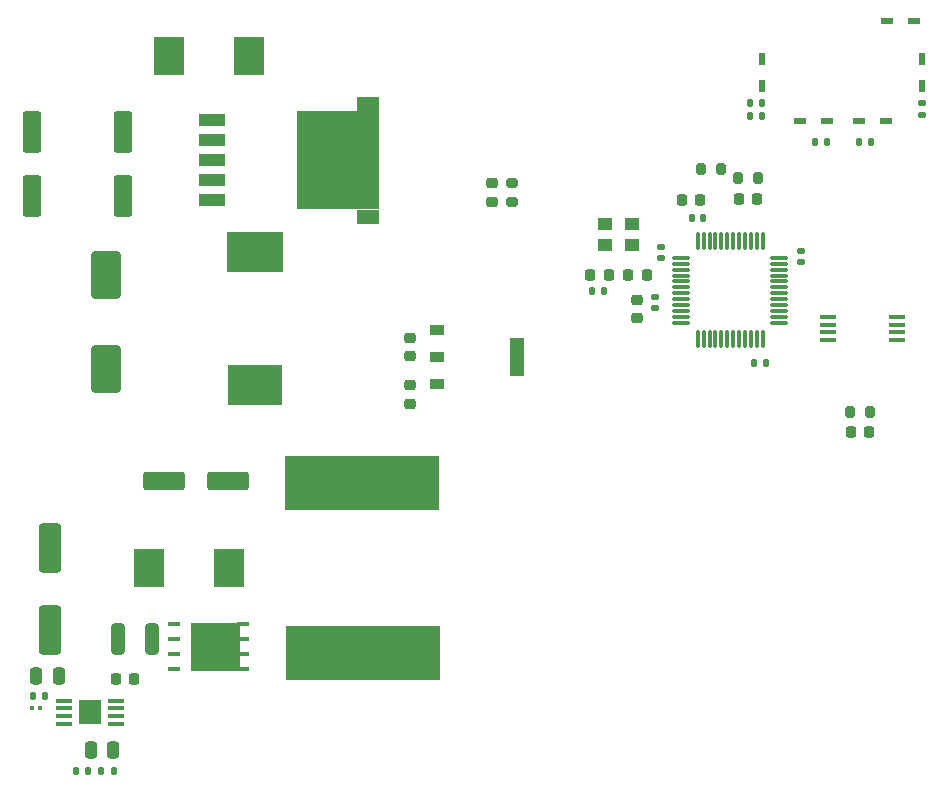
<source format=gbr>
%TF.GenerationSoftware,KiCad,Pcbnew,(6.0.8)*%
%TF.CreationDate,2022-12-06T21:08:53-08:00*%
%TF.ProjectId,motor_controller,6d6f746f-725f-4636-9f6e-74726f6c6c65,B1 (HULA) v0.2*%
%TF.SameCoordinates,Original*%
%TF.FileFunction,Paste,Top*%
%TF.FilePolarity,Positive*%
%FSLAX46Y46*%
G04 Gerber Fmt 4.6, Leading zero omitted, Abs format (unit mm)*
G04 Created by KiCad (PCBNEW (6.0.8)) date 2022-12-06 21:08:53*
%MOMM*%
%LPD*%
G01*
G04 APERTURE LIST*
G04 Aperture macros list*
%AMRoundRect*
0 Rectangle with rounded corners*
0 $1 Rounding radius*
0 $2 $3 $4 $5 $6 $7 $8 $9 X,Y pos of 4 corners*
0 Add a 4 corners polygon primitive as box body*
4,1,4,$2,$3,$4,$5,$6,$7,$8,$9,$2,$3,0*
0 Add four circle primitives for the rounded corners*
1,1,$1+$1,$2,$3*
1,1,$1+$1,$4,$5*
1,1,$1+$1,$6,$7*
1,1,$1+$1,$8,$9*
0 Add four rect primitives between the rounded corners*
20,1,$1+$1,$2,$3,$4,$5,0*
20,1,$1+$1,$4,$5,$6,$7,0*
20,1,$1+$1,$6,$7,$8,$9,0*
20,1,$1+$1,$8,$9,$2,$3,0*%
G04 Aperture macros list end*
%ADD10C,0.100000*%
%ADD11R,1.250000X0.950000*%
%ADD12R,1.250000X3.200000*%
%ADD13RoundRect,0.225000X-0.225000X-0.250000X0.225000X-0.250000X0.225000X0.250000X-0.225000X0.250000X0*%
%ADD14RoundRect,0.200000X-0.275000X0.200000X-0.275000X-0.200000X0.275000X-0.200000X0.275000X0.200000X0*%
%ADD15RoundRect,0.225000X0.225000X0.250000X-0.225000X0.250000X-0.225000X-0.250000X0.225000X-0.250000X0*%
%ADD16R,0.500000X1.100000*%
%ADD17R,1.300000X1.050000*%
%ADD18RoundRect,0.225000X-0.250000X0.225000X-0.250000X-0.225000X0.250000X-0.225000X0.250000X0.225000X0*%
%ADD19RoundRect,0.140000X-0.140000X-0.170000X0.140000X-0.170000X0.140000X0.170000X-0.140000X0.170000X0*%
%ADD20RoundRect,0.135000X0.135000X0.185000X-0.135000X0.185000X-0.135000X-0.185000X0.135000X-0.185000X0*%
%ADD21RoundRect,0.250000X0.312500X1.075000X-0.312500X1.075000X-0.312500X-1.075000X0.312500X-1.075000X0*%
%ADD22R,1.425000X0.450000*%
%ADD23R,1.880000X2.000000*%
%ADD24RoundRect,0.225000X0.250000X-0.225000X0.250000X0.225000X-0.250000X0.225000X-0.250000X-0.225000X0*%
%ADD25R,2.500000X3.300000*%
%ADD26RoundRect,0.079500X-0.079500X-0.100500X0.079500X-0.100500X0.079500X0.100500X-0.079500X0.100500X0*%
%ADD27RoundRect,0.140000X0.140000X0.170000X-0.140000X0.170000X-0.140000X-0.170000X0.140000X-0.170000X0*%
%ADD28R,1.016000X0.457200*%
%ADD29RoundRect,0.250000X1.000000X-1.750000X1.000000X1.750000X-1.000000X1.750000X-1.000000X-1.750000X0*%
%ADD30R,1.450000X0.450000*%
%ADD31RoundRect,0.250000X0.700000X-1.825000X0.700000X1.825000X-0.700000X1.825000X-0.700000X-1.825000X0*%
%ADD32RoundRect,0.200000X0.200000X0.275000X-0.200000X0.275000X-0.200000X-0.275000X0.200000X-0.275000X0*%
%ADD33RoundRect,0.135000X0.185000X-0.135000X0.185000X0.135000X-0.185000X0.135000X-0.185000X-0.135000X0*%
%ADD34RoundRect,0.140000X-0.170000X0.140000X-0.170000X-0.140000X0.170000X-0.140000X0.170000X0.140000X0*%
%ADD35RoundRect,0.218750X0.218750X0.256250X-0.218750X0.256250X-0.218750X-0.256250X0.218750X-0.256250X0*%
%ADD36RoundRect,0.250000X1.500000X0.550000X-1.500000X0.550000X-1.500000X-0.550000X1.500000X-0.550000X0*%
%ADD37R,2.160000X1.020000*%
%ADD38R,6.990000X8.330000*%
%ADD39R,1.910000X1.235000*%
%ADD40RoundRect,0.135000X-0.135000X-0.185000X0.135000X-0.185000X0.135000X0.185000X-0.135000X0.185000X0*%
%ADD41RoundRect,0.250000X-0.550000X1.500000X-0.550000X-1.500000X0.550000X-1.500000X0.550000X1.500000X0*%
%ADD42R,1.100000X0.500000*%
%ADD43R,13.100000X4.600000*%
%ADD44R,13.050000X4.550000*%
%ADD45RoundRect,0.250000X-0.250000X-0.475000X0.250000X-0.475000X0.250000X0.475000X-0.250000X0.475000X0*%
%ADD46RoundRect,0.075000X-0.662500X-0.075000X0.662500X-0.075000X0.662500X0.075000X-0.662500X0.075000X0*%
%ADD47RoundRect,0.075000X-0.075000X-0.662500X0.075000X-0.662500X0.075000X0.662500X-0.075000X0.662500X0*%
%ADD48RoundRect,0.140000X0.170000X-0.140000X0.170000X0.140000X-0.170000X0.140000X-0.170000X-0.140000X0*%
%ADD49RoundRect,0.200000X-0.200000X-0.275000X0.200000X-0.275000X0.200000X0.275000X-0.200000X0.275000X0*%
%ADD50RoundRect,0.250000X0.250000X0.475000X-0.250000X0.475000X-0.250000X-0.475000X0.250000X-0.475000X0*%
%ADD51RoundRect,0.218750X-0.256250X0.218750X-0.256250X-0.218750X0.256250X-0.218750X0.256250X0.218750X0*%
%ADD52R,4.650000X3.450000*%
%ADD53R,4.750000X3.450000*%
G04 APERTURE END LIST*
%TO.C,MOSFET301*%
G36*
X106016200Y-109593900D02*
G01*
X101977600Y-109593900D01*
X101977600Y-105606100D01*
X106016200Y-105606100D01*
X106016200Y-109593900D01*
G37*
D10*
X106016200Y-109593900D02*
X101977600Y-109593900D01*
X101977600Y-105606100D01*
X106016200Y-105606100D01*
X106016200Y-109593900D01*
%TD*%
D11*
%TO.C,IC402*%
X122752000Y-80850000D03*
X122752000Y-83150000D03*
X122752000Y-85450000D03*
D12*
X129552000Y-83150000D03*
%TD*%
D13*
%TO.C,C101*%
X143525000Y-69850000D03*
X145075000Y-69850000D03*
%TD*%
D14*
%TO.C,R202*%
X129175000Y-68350000D03*
X129175000Y-70000000D03*
%TD*%
D15*
%TO.C,C108*%
X140525000Y-76150000D03*
X138975000Y-76150000D03*
%TD*%
D16*
%TO.C,D604*%
X150300000Y-57900000D03*
X150300000Y-60200000D03*
%TD*%
D17*
%TO.C,Y101*%
X139300000Y-71875000D03*
X137000000Y-71875000D03*
X137000000Y-73625000D03*
X139300000Y-73625000D03*
%TD*%
D18*
%TO.C,C401*%
X120502000Y-85525000D03*
X120502000Y-87075000D03*
%TD*%
D19*
%TO.C,C105*%
X144370000Y-71325000D03*
X145330000Y-71325000D03*
%TD*%
D20*
%TO.C,R603*%
X150310000Y-61600000D03*
X149290000Y-61600000D03*
%TD*%
D21*
%TO.C,R302*%
X98662500Y-107000000D03*
X95737500Y-107000000D03*
%TD*%
D20*
%TO.C,R604*%
X155810000Y-64950000D03*
X154790000Y-64950000D03*
%TD*%
D22*
%TO.C,IC301*%
X91188000Y-112225000D03*
X91188000Y-112875000D03*
X91188000Y-113525000D03*
X91188000Y-114175000D03*
X95612000Y-114175000D03*
X95612000Y-113525000D03*
X95612000Y-112875000D03*
X95612000Y-112225000D03*
D23*
X93400000Y-113200000D03*
%TD*%
D24*
%TO.C,C402*%
X120502000Y-83075000D03*
X120502000Y-81525000D03*
%TD*%
D16*
%TO.C,D602*%
X163850000Y-57900000D03*
X163850000Y-60200000D03*
%TD*%
D25*
%TO.C,D401*%
X106900000Y-57650000D03*
X100100000Y-57650000D03*
%TD*%
D26*
%TO.C,R303*%
X88505000Y-112800000D03*
X89195000Y-112800000D03*
%TD*%
D20*
%TO.C,R103*%
X136960000Y-77500000D03*
X135940000Y-77500000D03*
%TD*%
D27*
%TO.C,C103*%
X150605000Y-83650000D03*
X149645000Y-83650000D03*
%TD*%
D20*
%TO.C,R305*%
X93200000Y-118200000D03*
X92180000Y-118200000D03*
%TD*%
D28*
%TO.C,MOSFET301*%
X100479000Y-105695000D03*
X100479000Y-106965000D03*
X100479000Y-108235000D03*
X100479000Y-109505000D03*
X106321000Y-109505000D03*
X106321000Y-108235000D03*
X106321000Y-106965000D03*
X106321000Y-105695000D03*
%TD*%
D29*
%TO.C,C405*%
X94750000Y-84150000D03*
X94750000Y-76150000D03*
%TD*%
D20*
%TO.C,R602*%
X159510000Y-64900000D03*
X158490000Y-64900000D03*
%TD*%
D30*
%TO.C,IC601*%
X155875000Y-79725000D03*
X155875000Y-80375000D03*
X155875000Y-81025000D03*
X155875000Y-81675000D03*
X161725000Y-81675000D03*
X161725000Y-81025000D03*
X161725000Y-80375000D03*
X161725000Y-79725000D03*
%TD*%
D31*
%TO.C,C303*%
X90000000Y-106275000D03*
X90000000Y-99325000D03*
%TD*%
D32*
%TO.C,R102*%
X149950000Y-68000000D03*
X148300000Y-68000000D03*
%TD*%
D33*
%TO.C,R601*%
X163850000Y-62610000D03*
X163850000Y-61590000D03*
%TD*%
D34*
%TO.C,C104*%
X153605000Y-74120000D03*
X153605000Y-75080000D03*
%TD*%
D35*
%TO.C,D201*%
X159387500Y-89500000D03*
X157812500Y-89500000D03*
%TD*%
D36*
%TO.C,C305*%
X105100000Y-93600000D03*
X99700000Y-93600000D03*
%TD*%
D13*
%TO.C,C109*%
X135775000Y-76150000D03*
X137325000Y-76150000D03*
%TD*%
%TO.C,C302*%
X95625000Y-110400000D03*
X97175000Y-110400000D03*
%TD*%
D37*
%TO.C,IC401*%
X103725000Y-63050000D03*
X103725000Y-64750000D03*
X103725000Y-66450000D03*
X103725000Y-68150000D03*
X103725000Y-69850000D03*
D38*
X114400000Y-66450000D03*
D39*
X116940000Y-71232500D03*
X116940000Y-61667500D03*
%TD*%
D24*
%TO.C,C106*%
X139700000Y-79850000D03*
X139700000Y-78300000D03*
%TD*%
D40*
%TO.C,C601*%
X149290000Y-62700000D03*
X150310000Y-62700000D03*
%TD*%
D41*
%TO.C,C403*%
X96200000Y-64050000D03*
X96200000Y-69450000D03*
%TD*%
D42*
%TO.C,D605*%
X153500000Y-63150000D03*
X155800000Y-63150000D03*
%TD*%
D20*
%TO.C,R304*%
X95400000Y-118200000D03*
X94380000Y-118200000D03*
%TD*%
D42*
%TO.C,D603*%
X163200000Y-54700000D03*
X160900000Y-54700000D03*
%TD*%
D43*
%TO.C,L301*%
X116500000Y-108200000D03*
D44*
X116475000Y-93825000D03*
%TD*%
D45*
%TO.C,C301*%
X88850000Y-110100000D03*
X90750000Y-110100000D03*
%TD*%
D46*
%TO.C,U101*%
X143450900Y-74728400D03*
X143450900Y-75228400D03*
X143450900Y-75728400D03*
X143450900Y-76228400D03*
X143450900Y-76728400D03*
X143450900Y-77228400D03*
X143450900Y-77728400D03*
X143450900Y-78228400D03*
X143450900Y-78728400D03*
X143450900Y-79228400D03*
X143450900Y-79728400D03*
X143450900Y-80228400D03*
D47*
X144863400Y-81640900D03*
X145363400Y-81640900D03*
X145863400Y-81640900D03*
X146363400Y-81640900D03*
X146863400Y-81640900D03*
X147363400Y-81640900D03*
X147863400Y-81640900D03*
X148363400Y-81640900D03*
X148863400Y-81640900D03*
X149363400Y-81640900D03*
X149863400Y-81640900D03*
X150363400Y-81640900D03*
D46*
X151775900Y-80228400D03*
X151775900Y-79728400D03*
X151775900Y-79228400D03*
X151775900Y-78728400D03*
X151775900Y-78228400D03*
X151775900Y-77728400D03*
X151775900Y-77228400D03*
X151775900Y-76728400D03*
X151775900Y-76228400D03*
X151775900Y-75728400D03*
X151775900Y-75228400D03*
X151775900Y-74728400D03*
D47*
X150363400Y-73315900D03*
X149863400Y-73315900D03*
X149363400Y-73315900D03*
X148863400Y-73315900D03*
X148363400Y-73315900D03*
X147863400Y-73315900D03*
X147363400Y-73315900D03*
X146863400Y-73315900D03*
X146363400Y-73315900D03*
X145863400Y-73315900D03*
X145363400Y-73315900D03*
X144863400Y-73315900D03*
%TD*%
D48*
%TO.C,C102*%
X141769800Y-74732700D03*
X141769800Y-73772700D03*
%TD*%
D49*
%TO.C,R101*%
X145175000Y-67200000D03*
X146825000Y-67200000D03*
%TD*%
D40*
%TO.C,R301*%
X88540000Y-111800000D03*
X89560000Y-111800000D03*
%TD*%
D50*
%TO.C,C304*%
X95350000Y-116400000D03*
X93450000Y-116400000D03*
%TD*%
D48*
%TO.C,C107*%
X141225000Y-78980000D03*
X141225000Y-78020000D03*
%TD*%
D42*
%TO.C,D601*%
X160800000Y-63150000D03*
X158500000Y-63150000D03*
%TD*%
D51*
%TO.C,D202*%
X127425000Y-68387500D03*
X127425000Y-69962500D03*
%TD*%
D35*
%TO.C,D101*%
X149900000Y-69754275D03*
X148325000Y-69754275D03*
%TD*%
D41*
%TO.C,C404*%
X88500000Y-64050000D03*
X88500000Y-69450000D03*
%TD*%
D49*
%TO.C,R201*%
X157775000Y-87800000D03*
X159425000Y-87800000D03*
%TD*%
D52*
%TO.C,L401*%
X107375000Y-85525000D03*
D53*
X107375000Y-74275000D03*
%TD*%
D25*
%TO.C,D301*%
X105200000Y-101000000D03*
X98400000Y-101000000D03*
%TD*%
M02*

</source>
